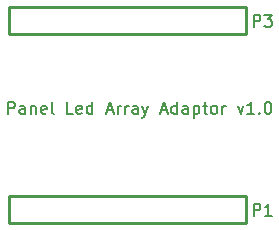
<source format=gto>
G04 (created by PCBNEW-RS274X (2011-aug-04)-testing) date Tue 12 Feb 2013 03:11:26 PM PST*
G01*
G70*
G90*
%MOIN*%
G04 Gerber Fmt 3.4, Leading zero omitted, Abs format*
%FSLAX34Y34*%
G04 APERTURE LIST*
%ADD10C,0.006000*%
%ADD11C,0.008000*%
%ADD12C,0.010000*%
G04 APERTURE END LIST*
G54D10*
G54D11*
X22317Y-26262D02*
X22317Y-25862D01*
X22470Y-25862D01*
X22508Y-25881D01*
X22527Y-25900D01*
X22546Y-25938D01*
X22546Y-25995D01*
X22527Y-26033D01*
X22508Y-26052D01*
X22470Y-26071D01*
X22317Y-26071D01*
X22889Y-26262D02*
X22889Y-26052D01*
X22870Y-26014D01*
X22832Y-25995D01*
X22755Y-25995D01*
X22717Y-26014D01*
X22889Y-26243D02*
X22851Y-26262D01*
X22755Y-26262D01*
X22717Y-26243D01*
X22698Y-26205D01*
X22698Y-26167D01*
X22717Y-26129D01*
X22755Y-26110D01*
X22851Y-26110D01*
X22889Y-26090D01*
X23079Y-25995D02*
X23079Y-26262D01*
X23079Y-26033D02*
X23098Y-26014D01*
X23136Y-25995D01*
X23194Y-25995D01*
X23232Y-26014D01*
X23251Y-26052D01*
X23251Y-26262D01*
X23594Y-26243D02*
X23556Y-26262D01*
X23479Y-26262D01*
X23441Y-26243D01*
X23422Y-26205D01*
X23422Y-26052D01*
X23441Y-26014D01*
X23479Y-25995D01*
X23556Y-25995D01*
X23594Y-26014D01*
X23613Y-26052D01*
X23613Y-26090D01*
X23422Y-26129D01*
X23841Y-26262D02*
X23803Y-26243D01*
X23784Y-26205D01*
X23784Y-25862D01*
X24490Y-26262D02*
X24299Y-26262D01*
X24299Y-25862D01*
X24776Y-26243D02*
X24738Y-26262D01*
X24661Y-26262D01*
X24623Y-26243D01*
X24604Y-26205D01*
X24604Y-26052D01*
X24623Y-26014D01*
X24661Y-25995D01*
X24738Y-25995D01*
X24776Y-26014D01*
X24795Y-26052D01*
X24795Y-26090D01*
X24604Y-26129D01*
X25138Y-26262D02*
X25138Y-25862D01*
X25138Y-26243D02*
X25100Y-26262D01*
X25023Y-26262D01*
X24985Y-26243D01*
X24966Y-26224D01*
X24947Y-26186D01*
X24947Y-26071D01*
X24966Y-26033D01*
X24985Y-26014D01*
X25023Y-25995D01*
X25100Y-25995D01*
X25138Y-26014D01*
X25614Y-26148D02*
X25805Y-26148D01*
X25576Y-26262D02*
X25709Y-25862D01*
X25843Y-26262D01*
X25976Y-26262D02*
X25976Y-25995D01*
X25976Y-26071D02*
X25995Y-26033D01*
X26014Y-26014D01*
X26052Y-25995D01*
X26091Y-25995D01*
X26224Y-26262D02*
X26224Y-25995D01*
X26224Y-26071D02*
X26243Y-26033D01*
X26262Y-26014D01*
X26300Y-25995D01*
X26339Y-25995D01*
X26644Y-26262D02*
X26644Y-26052D01*
X26625Y-26014D01*
X26587Y-25995D01*
X26510Y-25995D01*
X26472Y-26014D01*
X26644Y-26243D02*
X26606Y-26262D01*
X26510Y-26262D01*
X26472Y-26243D01*
X26453Y-26205D01*
X26453Y-26167D01*
X26472Y-26129D01*
X26510Y-26110D01*
X26606Y-26110D01*
X26644Y-26090D01*
X26796Y-25995D02*
X26891Y-26262D01*
X26987Y-25995D02*
X26891Y-26262D01*
X26853Y-26357D01*
X26834Y-26376D01*
X26796Y-26395D01*
X27425Y-26148D02*
X27616Y-26148D01*
X27387Y-26262D02*
X27520Y-25862D01*
X27654Y-26262D01*
X27959Y-26262D02*
X27959Y-25862D01*
X27959Y-26243D02*
X27921Y-26262D01*
X27844Y-26262D01*
X27806Y-26243D01*
X27787Y-26224D01*
X27768Y-26186D01*
X27768Y-26071D01*
X27787Y-26033D01*
X27806Y-26014D01*
X27844Y-25995D01*
X27921Y-25995D01*
X27959Y-26014D01*
X28321Y-26262D02*
X28321Y-26052D01*
X28302Y-26014D01*
X28264Y-25995D01*
X28187Y-25995D01*
X28149Y-26014D01*
X28321Y-26243D02*
X28283Y-26262D01*
X28187Y-26262D01*
X28149Y-26243D01*
X28130Y-26205D01*
X28130Y-26167D01*
X28149Y-26129D01*
X28187Y-26110D01*
X28283Y-26110D01*
X28321Y-26090D01*
X28511Y-25995D02*
X28511Y-26395D01*
X28511Y-26014D02*
X28549Y-25995D01*
X28626Y-25995D01*
X28664Y-26014D01*
X28683Y-26033D01*
X28702Y-26071D01*
X28702Y-26186D01*
X28683Y-26224D01*
X28664Y-26243D01*
X28626Y-26262D01*
X28549Y-26262D01*
X28511Y-26243D01*
X28816Y-25995D02*
X28968Y-25995D01*
X28873Y-25862D02*
X28873Y-26205D01*
X28892Y-26243D01*
X28930Y-26262D01*
X28968Y-26262D01*
X29159Y-26262D02*
X29121Y-26243D01*
X29102Y-26224D01*
X29083Y-26186D01*
X29083Y-26071D01*
X29102Y-26033D01*
X29121Y-26014D01*
X29159Y-25995D01*
X29217Y-25995D01*
X29255Y-26014D01*
X29274Y-26033D01*
X29293Y-26071D01*
X29293Y-26186D01*
X29274Y-26224D01*
X29255Y-26243D01*
X29217Y-26262D01*
X29159Y-26262D01*
X29464Y-26262D02*
X29464Y-25995D01*
X29464Y-26071D02*
X29483Y-26033D01*
X29502Y-26014D01*
X29540Y-25995D01*
X29579Y-25995D01*
X29979Y-25995D02*
X30074Y-26262D01*
X30170Y-25995D01*
X30532Y-26262D02*
X30303Y-26262D01*
X30417Y-26262D02*
X30417Y-25862D01*
X30379Y-25919D01*
X30341Y-25957D01*
X30303Y-25976D01*
X30703Y-26224D02*
X30722Y-26243D01*
X30703Y-26262D01*
X30684Y-26243D01*
X30703Y-26224D01*
X30703Y-26262D01*
X30969Y-25862D02*
X31008Y-25862D01*
X31046Y-25881D01*
X31065Y-25900D01*
X31084Y-25938D01*
X31103Y-26014D01*
X31103Y-26110D01*
X31084Y-26186D01*
X31065Y-26224D01*
X31046Y-26243D01*
X31008Y-26262D01*
X30969Y-26262D01*
X30931Y-26243D01*
X30912Y-26224D01*
X30893Y-26186D01*
X30874Y-26110D01*
X30874Y-26014D01*
X30893Y-25938D01*
X30912Y-25900D01*
X30931Y-25881D01*
X30969Y-25862D01*
G54D12*
X22349Y-29349D02*
X22349Y-29499D01*
X22349Y-29399D02*
X22349Y-28999D01*
X22349Y-28999D02*
X30199Y-28999D01*
X30199Y-28999D02*
X30249Y-28999D01*
X30249Y-28999D02*
X30249Y-29849D01*
X30249Y-29849D02*
X30249Y-29899D01*
X30249Y-29899D02*
X22349Y-29899D01*
X22349Y-29899D02*
X22349Y-29449D01*
X22349Y-23050D02*
X22349Y-23200D01*
X22349Y-23100D02*
X22349Y-22700D01*
X22349Y-22700D02*
X30199Y-22700D01*
X30199Y-22700D02*
X30249Y-22700D01*
X30249Y-22700D02*
X30249Y-23550D01*
X30249Y-23550D02*
X30249Y-23600D01*
X30249Y-23600D02*
X22349Y-23600D01*
X22349Y-23600D02*
X22349Y-23150D01*
G54D11*
X30505Y-29662D02*
X30505Y-29262D01*
X30658Y-29262D01*
X30696Y-29281D01*
X30715Y-29300D01*
X30734Y-29338D01*
X30734Y-29395D01*
X30715Y-29433D01*
X30696Y-29452D01*
X30658Y-29471D01*
X30505Y-29471D01*
X31115Y-29662D02*
X30886Y-29662D01*
X31000Y-29662D02*
X31000Y-29262D01*
X30962Y-29319D01*
X30924Y-29357D01*
X30886Y-29376D01*
X30505Y-23362D02*
X30505Y-22962D01*
X30658Y-22962D01*
X30696Y-22981D01*
X30715Y-23000D01*
X30734Y-23038D01*
X30734Y-23095D01*
X30715Y-23133D01*
X30696Y-23152D01*
X30658Y-23171D01*
X30505Y-23171D01*
X30867Y-22962D02*
X31115Y-22962D01*
X30981Y-23114D01*
X31039Y-23114D01*
X31077Y-23133D01*
X31096Y-23152D01*
X31115Y-23190D01*
X31115Y-23286D01*
X31096Y-23324D01*
X31077Y-23343D01*
X31039Y-23362D01*
X30924Y-23362D01*
X30886Y-23343D01*
X30867Y-23324D01*
M02*

</source>
